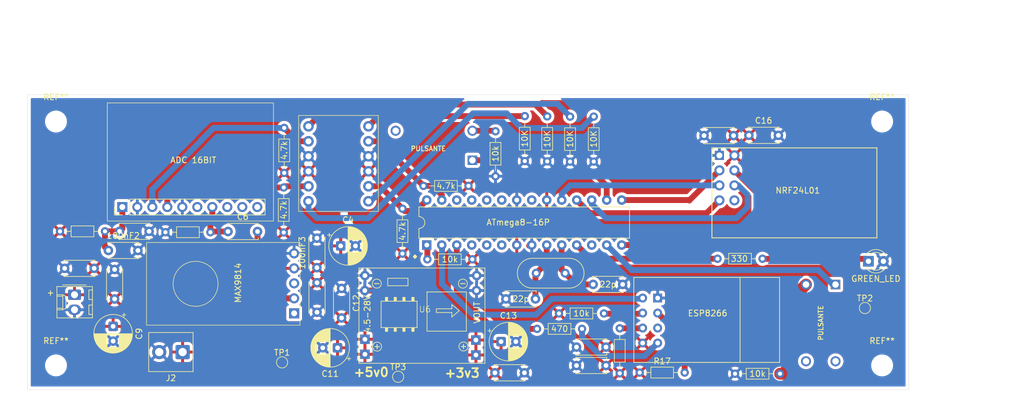
<source format=kicad_pcb>
(kicad_pcb (version 20241229) (generator "pcbnew") (generator_version "9.0")
  (layers (0 "F.Cu" signal) (2 "B.Cu" signal) (13 "F.Paste" user) (15 "B.Paste" user) (5 "F.SilkS" user "F.Silkscreen") (7 "B.SilkS" user "B.Silkscreen") (1 "F.Mask" user) (3 "B.Mask" user) (25 "Edge.Cuts" user))
  (net 0 "")
  (net 1 "GND")
  (net 2 "Net-(U3-PB7{slash}XTAL2)")
  (net 3 "Net-(U1-Vdd)")
  (net 5 "Net-(D5-K)")
  (net 6 "Net-(R1-Pad1)")
  (net 7 "Net-(U3-PD1)")
  (net 8 "Net-(U5-RXD)")
  (net 9 "SDA_ATMEGA")
  (net 10 "Net-(U5-EN)")
  (net 11 "SDA")
  (net 12 "Net-(U3-PD7)")
  (net 13 "Net-(U3-PD5)")
  (net 14 "Net-(R7-Pad2)")
  (net 15 "PB2")
  (net 16 "CSN")
  (net 17 "MISO")
  (net 18 "SCK")
  (net 20 "CE")
  (net 21 "MOSI")
  (net 22 "+5v0")
  (net 30 "Net-(U1-A0)")
  (net 34 "Net-(U3-PD0)")
  (net 36 "+3v3")
  (net 38 "Net-(U3-PC6{slash}~{RESET})")
  (net 44 "Net-(U5-IO2)")
  (net 46 "Net-(U5-~{RST})")
  (net 47 "Net-(U3-PB6{slash}XTAL1)")
  (net 48 "SCL")
  (net 49 "SCL_ATMEGA")
  (net 50 "Net-(U7-HV4)")
  (net 51 "Net-(U7-LV4)")
  (net 52 "Net-(U7-HV1)")
  (net 53 "Net-(U7-LV1)")
  (net 54 "Net-(U2-OUT)")
  (footprint "Capacitor_THT:CP_Radial_D6.3mm_P2.50mm" (layer "F.Cu") (at 119.35 107.39 180)
    (property "Reference" "C11" (at 1.25 -4.4 0) (layer "F.SilkS"))
    (property "Value" "47u")
    (pad "1" thru_hole roundrect (at 0 0 180) (size 1.6 1.6) (drill 0.8) (layers "*.Cu" "*.Mask") (roundrect_rratio 0.15625) (net 22 "+5v0"))
    (pad "2" thru_hole circle (at 2.5 0 180) (size 1.6 1.6) (drill 0.8) (layers "*.Cu" "*.Mask") (net 1 "GND"))
  )
  (footprint "Resistor_THT:R_Axial_DIN0204_L3.6mm_D1.6mm_P7.62mm_Horizontal" (layer "F.Cu") (at 141.5288 79.9592 180)
    (property "Reference" "R10" (hide yes))
    (property "Value" "4.7k" (at 3.81 0 0) (layer "F.SilkS"))
    (pad "1" thru_hole circle (at 0 0 180) (size 1.4 1.4) (drill 0.7) (layers "*.Cu" "*.Mask") (net 36 "+3v3"))
    (pad "2" thru_hole circle (at 7.62 0 180) (size 1.4 1.4) (drill 0.7) (layers "*.Cu" "*.Mask") (net 49 "SCL_ATMEGA"))
  )
  (footprint "Resistor_THT:R_Axial_DIN0204_L3.6mm_D1.6mm_P7.62mm_Horizontal" (layer "F.Cu") (at 156.86 101.57)
    (property "Reference" "R5" (hide yes))
    (property "Value" "10k" (at 3.81 0 0) (layer "F.SilkS"))
    (pad "1" thru_hole circle (at 0 0) (size 1.4 1.4) (drill 0.7) (layers "*.Cu" "*.Mask") (net 36 "+3v3"))
    (pad "2" thru_hole oval (at 7.62 0) (size 1.4 1.4) (drill 0.7) (layers "*.Cu" "*.Mask") (net 10 "Net-(U5-EN)"))
  )
  (footprint "Capacitor_THT:C_Disc_D5.0mm_W2.5mm_P5.00mm" (layer "F.Cu") (at 186.44 71.44 180)
    (property "Reference" "C14")
    (property "Value" "10u")
    (pad "1" thru_hole circle (at 0 0 180) (size 1.6 1.6) (drill 0.8) (layers "*.Cu" "*.Mask") (net 36 "+3v3"))
    (pad "2" thru_hole circle (at 5 0 180) (size 1.6 1.6) (drill 0.8) (layers "*.Cu" "*.Mask") (net 1 "GND"))
  )
  (footprint "Resistor_THT:R_Axial_DIN0204_L3.6mm_D1.6mm_P7.62mm_Horizontal" (layer "F.Cu") (at 72.34 87.66)
    (property "Reference" "R8" (hide yes))
    (property "Value" "100")
    (pad "1" thru_hole circle (at 0 0) (size 1.4 1.4) (drill 0.7) (layers "*.Cu" "*.Mask") (net 22 "+5v0"))
    (pad "2" thru_hole oval (at 7.62 0) (size 1.4 1.4) (drill 0.7) (layers "*.Cu" "*.Mask") (net 3 "Net-(U1-Vdd)"))
  )
  (footprint "MountingHole:MountingHole_3.2mm_M3" (layer "F.Cu") (at 71.66 110.37)
    (property "Reference" "REF**" (at 0 -4.15 0) (layer "F.SilkS"))
    (property "Value" "MountingHole_3.2mm_M3")
    (pad "" np_thru_hole circle (at 0 0) (size 3.2 3.2) (drill 3.2) (layers "*.Cu" "*.Mask"))
  )
  (footprint "Capacitor_THT:C_Disc_D5.0mm_W2.5mm_P5.00mm" (layer "F.Cu") (at 115.86 93.81 90)
    (property "Reference" "100nF3" (at 2.5 -2.5 90) (layer "F.SilkS"))
    (property "Value" "0.1u")
    (pad "1" thru_hole circle (at 0 0 90) (size 1.6 1.6) (drill 0.8) (layers "*.Cu" "*.Mask") (net 22 "+5v0"))
    (pad "2" thru_hole circle (at 5 0 90) (size 1.6 1.6) (drill 0.8) (layers "*.Cu" "*.Mask") (net 1 "GND"))
  )
  (footprint "TestPoint:TestPoint_Pad_D1.5mm" (layer "F.Cu") (at 109.96 109.85)
    (property "Reference" "TP1" (at 0 -1.648 0) (layer "F.SilkS"))
    (property "Value" "TestPoint")
    (pad "1" smd circle (at 0 0) (size 1.5 1.5) (layers "F.Cu" "F.Mask") (net 22 "+5v0"))
  )
  (footprint "Capacitor_THT:CP_Radial_D6.3mm_P2.50mm" (layer "F.Cu") (at 147.057621 106.34)
    (property "Reference" "C13" (at 1.25 -4.4 0) (layer "F.SilkS"))
    (property "Value" "100u")
    (pad "1" thru_hole roundrect (at 0 0) (size 1.6 1.6) (drill 0.8) (layers "*.Cu" "*.Mask") (roundrect_rratio 0.15625) (net 36 "+3v3"))
    (pad "2" thru_hole circle (at 2.5 0) (size 1.6 1.6) (drill 0.8) (layers "*.Cu" "*.Mask") (net 1 "GND"))
  )
  (footprint "MountingHole:MountingHole_3.2mm_M3" (layer "F.Cu") (at 211.6 69.06)
    (property "Reference" "REF**" (at 0 -4.15 0) (layer "F.SilkS"))
    (property "Value" "MountingHole_3.2mm_M3")
    (pad "" np_thru_hole circle (at 0 0) (size 3.2 3.2) (drill 3.2) (layers "*.Cu" "*.Mask"))
  )
  (footprint "MountingHole:MountingHole_3.2mm_M3" (layer "F.Cu") (at 211.6 110.37)
    (property "Reference" "REF**" (at 0 -4.15 0) (layer "F.SilkS"))
    (property "Value" "MountingHole_3.2mm_M3")
    (pad "" np_thru_hole circle (at 0 0) (size 3.2 3.2) (drill 3.2) (layers "*.Cu" "*.Mask"))
  )
  (footprint "Personale:BUTTON" (layer "F.Cu") (at 134.2 72.62 180)
    (property "Reference" "S1" (hide yes))
    (property "Value" "PULSANTE" (at -0.53 -1.03 0) (layer "F.SilkS") (effects (font (size 0.800142 0.800142))))
    (pad "1" thru_hole rect (at -8 -3 180) (size 1.6 1.6) (drill 1.1) (layers "*.Cu" "*.Mask") (net 15 "PB2"))
    (pad "2" thru_hole circle (at -8 2 180) (size 1.7 1.7) (drill 1.1) (layers "*.Cu" "*.Mask") (net 6 "Net-(R1-Pad1)"))
    (pad "4" thru_hole circle (at 5 2 180) (size 1.7 1.7) (drill 1.1) (layers "*.Cu" "*.Mask"))
  )
  (footprint "Resistor_THT:R_Axial_DIN0204_L3.6mm_D1.6mm_P7.62mm_Horizontal" (layer "F.Cu") (at 186.69 111.78)
    (property "Reference" "R7" (hide yes))
    (property "Value" "10k" (at 3.81 0 0) (layer "F.SilkS"))
    (pad "1" thru_hole circle (at 0 0) (size 1.4 1.4) (drill 0.7) (layers "*.Cu" "*.Mask") (net 1 "GND"))
    (pad "2" thru_hole oval (at 7.62 0) (size 1.4 1.4) (drill 0.7) (layers "*.Cu" "*.Mask") (net 14 "Net-(R7-Pad2)"))
  )
  (footprint "Capacitor_THT:C_Disc_D5.0mm_W2.5mm_P5.00mm" (layer "F.Cu") (at 100.8 87.69)
    (property "Reference" "C6" (at 2.5 -2.5 0) (layer "F.SilkS"))
    (property "Value" "1u")
    (pad "1" thru_hole circle (at 0 0) (size 1.6 1.6) (drill 0.8) (layers "*.Cu" "*.Mask") (net 30 "Net-(U1-A0)"))
    (pad "2" thru_hole circle (at 5 0) (size 1.6 1.6) (drill 0.8) (layers "*.Cu" "*.Mask") (net 54 "Net-(U2-OUT)"))
  )
  (footprint "Converter_DCDC:MP1584" (layer "F.Cu") (at 134.157 101.373)
    (property "Reference" "U6" (at 0 -0.5 0) (layer "F.SilkS") (effects (font (thickness 0.1))))
    (property "Value" "~")
    (fp_text user "-" (at 6.4262 -4.9276 0) (layer "F.SilkS"))
    (fp_text user "4.5-28V" (at -9.7536 0.3048 270) (layer "F.SilkS"))
    (fp_text user "+" (at 6.5278 5.7277 0) (layer "F.SilkS"))
    (fp_text user "VOUT" (at 8.8138 0.0508 270) (layer "F.SilkS"))
    (fp_text user "-" (at -8.1534 -4.9276 0) (layer "F.SilkS"))
    (fp_text user "+" (at -8.1026 5.7531 0) (layer "F.SilkS"))
    (pad "1" thru_hole rect (at -10.16 4.572 90) (size 1.6 1.6) (drill 0.8) (layers "*.Cu" "B.Mask") (net 22 "+5v0"))
    (pad "1" thru_hole rect (at -10.16 7.112 90) (size 1.6 1.6) (drill 0.8) (layers "*.Cu" "B.Mask") (net 22 "+5v0"))
    (pad "2" thru_hole oval (at -10.1854 -3.683 90) (size 1.6 1.6) (drill 0.8) (layers "*.Cu" "B.Mask") (net 1 "GND"))
    (pad "2" thru_hole oval (at -10.16 -6.223 90) (size 1.6 1.6) (drill 0.8) (layers "*.Cu" "B.Mask") (net 1 "GND"))
    (pad "3" thru_hole rect (at 8.636 4.699 90) (size 1.6 1.6) (drill 0.8) (layers "*.Cu" "B.Mask") (net 36 "+3v3"))
    (pad "3" thru_hole rect (at 8.636 7.239 90) (size 1.6 1.6) (drill 0.8) (layers "*.Cu" "B.Mask") (net 36 "+3v3"))
    (pad "4" thru_hole oval (at 8.7376 -3.683 90) (size 1.6 1.6) (drill 0.8) (layers "*.Cu" "B.Mask") (net 1 "GND"))
    (pad "4" thru_hole oval (at 8.763 -6.223 90) (size 1.6 1.6) (drill 0.8) (layers "*.Cu" "B.Mask") (net 1 "GND"))
  )
  (footprint "Resistor_THT:R_Axial_DIN0204_L3.6mm_D1.6mm_P7.62mm_Horizontal" (layer "F.Cu") (at 167.1574 111.7092 90)
    (property "Reference" "R18" (hide yes))
    (property "Value" "10k")
    (pad "1" thru_hole circle (at 0 0 90) (size 1.4 1.4) (drill 0.7) (layers "*.Cu" "*.Mask") (net 36 "+3v3"))
    (pad "2" thru_hole circle (at 7.62 0 90) (size 1.4 1.4) (drill 0.7) (layers "*.Cu" "*.Mask") (net 46 "Net-(U5-~{RST})"))
  )
  (footprint "Personale:ESP8266" (layer "F.Cu") (at 181.8894 102.7684 -90)
    (property "Reference" "U5")
    (property "Value" "ESP8266" (at -1.23 -0.16 180) (layer "F.SilkS"))
    (pad "1" thru_hole rect (at -3.81 8.31 270) (size 1.5 1.5) (drill 0.8) (layers "*.Cu" "*.Mask") (net 1 "GND"))
    (pad "2" thru_hole circle (at -1.27 8.31 270) (size 1.5 1.5) (drill 0.8) (layers "*.Cu" "*.Mask") (net 44 "Net-(U5-IO2)"))
    (pad "3" thru_hole circle (at 1.27 8.31 270) (size 1.5 1.5) (drill 0.8) (layers "*.Cu" "*.Mask"))
    (pad "4" thru_hole circle (at 3.81 8.31 270) (size 1.5 1.5) (drill 0.8) (layers "*.Cu" "*.Mask") (net 8 "Net-(U5-RXD)"))
    (pad "5" thru_hole circle (at -3.81 10.85 270) (size 1.5 1.5) (drill 0.8) (layers "*.Cu" "*.Mask") (net 34 "Net-(U3-PD0)"))
    (pad "6" thru_hole circle (at -1.27 10.85 270) (size 1.5 1.5) (drill 0.8) (layers "*.Cu" "*.Mask") (net 10 "Net-(U5-EN)"))
    (pad "7" thru_hole circle (at 1.27 10.85 270) (size 1.5 1.5) (drill 0.8) (layers "*.Cu" "*.Mask") (net 46 "Net-(U5-~{RST})"))
    (pad "8" thru_hole circle (at 3.81 10.85 270) (size 1.5 1.5) (drill 0.8) (layers "*.Cu" "*.Mask") (net 36 "+3v3"))
    (zone (net 0) (net_name "") (layer "F.Cu") (connect_pads (clearance 0)) (min_thickness 0.01)
      (keepout (tracks not_allowed) (vias not_allowed) (pads not_allowed) (copperpour not_allowed) (footprints allowed))
      (fill (thermal_gap 0.508) (thermal_bridge_width 0.508))
      (polygon (pts (xy 194.2394 95.4584) (xy 194.2394 109.8584) (xy 187.5394 109.8584) (xy 187.5394 95.4584)))
    )
  )
  (footprint "TestPoint:TestPoint_Pad_D1.5mm" (layer "F.Cu") (at 129.62 112.29)
    (property "Reference" "TP3" (at 0 -1.648 0) (layer "F.SilkS"))
    (property "Value" "TestPoint")
    (pad "1" smd circle (at 0 0) (size 1.5 1.5) (layers "F.Cu" "F.Mask") (net 1 "GND"))
  )
  (footprint "Capacitor_THT:C_Disc_D5.0mm_W2.5mm_P5.00mm" (layer "F.Cu") (at 189.03 71.4)
    (property "Reference" "C16" (at 2.5 -2.5 0) (layer "F.SilkS"))
    (property "Value" "100n")
    (pad "1" thru_hole circle (at 0 0) (size 1.6 1.6) (drill 0.8) (layers "*.Cu" "*.Mask") (net 36 "+3v3"))
    (pad "2" thru_hole circle (at 5 0) (size 1.6 1.6) (drill 0.8) (layers "*.Cu" "*.Mask") (net 1 "GND"))
  )
  (footprint "Resistor_THT:R_Axial_DIN0204_L3.6mm_D1.6mm_P7.62mm_Horizontal" (layer "F.Cu") (at 130.35 91.44 90)
    (property "Reference" "R3" (hide yes))
    (property "Value" "4.7k" (at 3.81 0 90) (layer "F.SilkS"))
    (pad "1" thru_hole circle (at 0 0 90) (size 1.4 1.4) (drill 0.7) (layers "*.Cu" "*.Mask") (net 36 "+3v3"))
    (pad "2" thru_hole circle (at 7.62 0 90) (size 1.4 1.4) (drill 0.7) (layers "*.Cu" "*.Mask") (net 9 "SDA_ATMEGA"))
  )
  (footprint "Resistor_THT:R_Axial_DIN0204_L3.6mm_D1.6mm_P7.62mm_Horizontal" (layer "F.Cu") (at 153.15 104.18)
    (property "Reference" "R2" (hide yes))
    (property "Value" "470" (at 3.81 0 0) (layer "F.SilkS"))
    (pad "1" thru_hole circle (at 0 0) (size 1.4 1.4) (drill 0.7) (layers "*.Cu" "*.Mask") (net 7 "Net-(U3-PD1)"))
    (pad "2" thru_hole oval (at 7.62 0) (size 1.4 1.4) (drill 0.7) (layers "*.Cu" "*.Mask") (net 8 "Net-(U5-RXD)"))
  )
  (footprint "Resistor_THT:R_Axial_DIN0204_L3.6mm_D1.6mm_P7.62mm_Horizontal" (layer "F.Cu") (at 154.87 68.19 -90)
    (property "Reference" "R12" (hide yes))
    (property "Value" "10K" (at 3.81 0 90) (layer "F.SilkS"))
    (pad "1" thru_hole circle (at 0 0 270) (size 1.4 1.4) (drill 0.7) (layers "*.Cu" "*.Mask") (net 50 "Net-(U7-HV4)"))
    (pad "2" thru_hole circle (at 7.62 0 270) (size 1.4 1.4) (drill 0.7) (layers "*.Cu" "*.Mask") (net 1 "GND"))
  )
  (footprint "Capacitor_THT:C_Disc_D5.0mm_W2.5mm_P5.00mm" (layer "F.Cu") (at 80.54 90.9)
    (property "Reference" "100nF2" (at 2.5 -2.5 0) (layer "F.SilkS"))
    (property "Value" "0.1u")
    (pad "1" thru_hole circle (at 0 0) (size 1.6 1.6) (drill 0.8) (layers "*.Cu" "*.Mask") (net 3 "Net-(U1-Vdd)"))
    (pad "2" thru_hole circle (at 5 0) (size 1.6 1.6) (drill 0.8) (layers "*.Cu" "*.Mask") (net 1 "GND"))
  )
  (footprint "Resistor_THT:R_Axial_DIN0204_L3.6mm_D1.6mm_P7.62mm_Horizontal" (layer "F.Cu") (at 170.5356 111.5822)
    (property "Reference" "R17" (at 3.81 -1.92 0) (layer "F.SilkS"))
    (property "Value" "10k")
    (pad "1" thru_hole circle (at 0 0) (size 1.4 1.4) (drill 0.7) (layers "*.Cu" "*.Mask") (net 36 "+3v3"))
    (pad "2" thru_hole circle (at 7.62 0) (size 1.4 1.4) (drill 0.7) (layers "*.Cu" "*.Mask") (net 44 "Net-(U5-IO2)"))
  )
  (footprint "Connector_Molex:Molex_KK-254_AE-6410-02A_1x02_P2.54mm_Vertical" (layer "F.Cu") (at 74.8 98.4 -90)
    (property "Reference" "J1")
    (property "Value" "Conn_01x02_Socket" (hide yes))
    (fp_text user "+" (at -0.29 4.14 90) (layer "F.SilkS"))
    (pad "1" thru_hole roundrect (at 0 0 270) (size 1.74 2.19) (drill 1.19) (layers "*.Cu" "*.Mask") (roundrect_rratio 0.143678) (net 22 "+5v0"))
    (pad "2" thru_hole oval (at 2.54 0 270) (size 1.74 2.19) (drill 1.19) (layers "*.Cu" "*.Mask") (net 1 "GND"))
  )
  (footprint "Resistor_THT:R_Axial_DIN0204_L3.6mm_D1.6mm_P7.62mm_Horizontal" (layer "F.Cu") (at 146.11 70.71 -90)
    (property "Reference" "R1")
    (property "Value" "10k" (at 3.81 0 90) (layer "F.SilkS"))
    (pad "1" thru_hole circle (at 0 0 270) (size 1.4 1.4) (drill 0.7) (layers "*.Cu" "*.Mask") (net 6 "Net-(R1-Pad1)"))
    (pad "2" thru_hole oval (at 7.62 0 270) (size 1.4 1.4) (drill 0.7) (layers "*.Cu" "*.Mask") (net 1 "GND"))
  )
  (footprint "Personale:BUTTON" (layer "F.Cu") (at 201.71 103.67 -90)
    (property "Reference" "S2" (hide yes))
    (property "Value" "PULSANTE" (at -0.5 0.5 90) (layer "F.SilkS") (effects (font (size 0.800142 0.800142))))
    (pad "1" thru_hole rect (at -7 -2 270) (size 1.6 1.6) (drill 1.1) (layers "*.Cu" "*.Mask") (net 12 "Net-(U3-PD7)"))
    (pad "2" thru_hole circle (at -7 3 270) (size 1.7 1.7) (drill 1.1) (layers "*.Cu" "*.Mask") (net 14 "Net-(R7-Pad2)"))
    (pad "3" thru_hole circle (at 6 -2 270) (size 1.7 1.7) (drill 1.1) (layers "*.Cu" "*.Mask"))
    (pad "4" thru_hole circle (at 6 3 270) (size 1.7 1.7) (drill 1.1) (layers "*.Cu" "*.Mask"))
  )
  (footprint "Capacitor_THT:C_Disc_D5.0mm_W2.5mm_P5.00mm" (layer "F.Cu") (at 159.8314 110.3884)
    (property "Reference" "C3" (hide yes))
    (property "Value" "10u")
    (pad "1" thru_hole circle (at 0 0) (size 1.6 1.6) (drill 0.8) (layers "*.Cu" "*.Mask") (net 1 "GND"))
    (pad "2" thru_hole circle (at 5 0) (size 1.6 1.6) (drill 0.8) (layers "*.Cu" "*.Mask") (net 36 "+3v3"))
  )
  (footprint "Capacitor_THT:C_Disc_D5.0mm_W2.5mm_P5.00mm" (layer "F.Cu") (at 120.04 97.33 -90)
    (property "Reference" "C12" (at 2.5 -2.5 90) (layer "F.SilkS"))
    (property "Value" "10u")
    (pad "1" thru_hole circle (at 0 0 270) (size 1.6 1.6) (drill 0.8) (layers "*.Cu" "*.Mask") (net 1 "GND"))
    (pad "2" thru_hole circle (at 5 0 270) (size 1.6 1.6) (drill 0.8) (layers "*.Cu" "*.Mask") (net 22 "+5v0"))
  )
  (footprint "Personale:NRF24L01Module" (layer "F.Cu") (at 186.58 77.33)
    (property "Reference" "U4")
    (property "Value" "NRF24L01" (at 10.74 3.41 0) (layer "F.SilkS"))
    (pad "1" thru_hole rect (at -2.54 -2.54) (size 1.524 1.524) (drill 1) (layers "*.Cu" "*.Mask") (net 1 "GND"))
    (pad "2" thru_hole circle (at 0 -2.54) (size 1.7 1.7) (drill 1) (layers "*.Cu" "*.Mask") (net 36 "+3v3"))
    (pad "3" thru_hole circle (at -2.54 0) (size 1.7 1.7) (drill 1) (layers "*.Cu" "*.Mask") (net 20 "CE"))
    (pad "4" thru_hole circle (at 0 0) (size 1.7 1.7) (drill 1) (layers "*.Cu" "*.Mask") (net 16 "CSN"))
    (pad "5" thru_hole circle (at -2.54 2.54) (size 1.7 1.7) (drill 1) (layers "*.Cu" "*.Mask") (net 18 "SCK"))
    (pad "6" thru_hole circle (at 0 2.54) (size 1.7 1.7) (drill 1) (layers "*.Cu" "*.Mask") (net 21 "MOSI"))
    (pad "7" thru_hole circle (at -2.54 5.08) (size 1.7 1.7) (drill 1) (layers "*.Cu" "*.Mask") (net 17 "MISO"))
    (pad "8" thru_hole circle (at 0 5.08) (size 1.7 1.7) (drill 1) (layers "*.Cu" "*.Mask"))
  )
  (footprint "Resistor_THT:R_Axial_DIN0204_L3.6mm_D1.6mm_P7.62mm_Horizontal" (layer "F.Cu") (at 142.19 92.4 180)
    (property "Reference" "R9" (hide yes))
    (property "Value" "10k" (at 3.81 0 0) (layer "F.SilkS"))
    (pad "1" thru_hole circle (at 0 0 180) (size 1.4 1.4) (drill 0.7) (layers "*.Cu" "*.Mask") (net 36 "+3v3"))
    (pad "2" thru_hole oval (at 7.62 0 180) (size 1.4 1.4) (drill 0.7) (layers "*.Cu" "*.Mask") (net 38 "Net-(U3-PC6{slash}~{RESET})"))
  )
  (footprint "LED_THT:LED_D3.0mm" (layer "F.Cu") (at 209.28 92.73)
    (property "Reference" "D5" (hide yes))
    (property "Value" "GREEN_LED" (at 1.27 2.96 0) (layer "F.SilkS"))
    (pad "1" thru_hole rect (at 0 0) (size 1.8 1.8) (drill 0.9) (layers "*.Cu" "*.Mask") (net 5 "Net-(D5-K)"))
    (pad "2" thru_hole circle (at 2.54 0) (size 1.8 1.8) (drill 0.9) (layers "*.Cu" "*.Mask") (net 1 "GND"))
  )
  (footprint "Capacitor_THT:C_Disc_D5.0mm_W2.5mm_P5.00mm" (layer "F.Cu") (at 81.59 99.12 90)
    (property "Reference" "10n1" (hide yes))
    (property "Value" "C")
    (pad "1" thru_hole circle (at 0 0 90) (size 1.6 1.6) (drill 0.8) (layers "*.Cu" "*.Mask") (net 22 "+5v0"))
    (pad "2" thru_hole circle (at 5 0 90) (size 1.6 1.6) (drill 0.8) (layers "*.Cu" "*.Mask") (net 1 "GND"))
  )
  (footprint "Package_DIP:DIP-28_W7.62mm" (layer "F.Cu") (at 134.47 89.98 90)
    (property "Reference" "U3" (hide yes))
    (property "Value" "ATmega8-16P" (at 3.84 15.49 0) (layer "F.SilkS"))
    (pad "1" thru_hole rect (at 0 0 90) (size 1.6 1.6) (drill 0.8) (layers "*.Cu" "*.Mask") (net 38 "Net-(U3-PC6{slash}~{RESET})"))
    (pad "2" thru_hole oval (at 0 2.54 90) (size 1.6 1.6) (drill 0.8) (layers "*.Cu" "*.Mask") (net 34 "Net-(U3-PD0)"))
    (pad "3" thru_hole oval (at 0 5.08 90) (size 1.6 1.6) (drill 0.8) (layers "*.Cu" "*.Mask") (net 7 "Net-(U3-PD1)"))
    (pad "4" thru_hole oval (at 0 7.62 90) (size 1.6 1.6) (drill 0.8) (layers "*.Cu" "*.Mask"))
    (pad "5" thru_hole oval (at 0 10.16 90) (size 1.6 1.6) (drill 0.8) (layers "*.Cu" "*.Mask"))
    (pad "6" thru_hole oval (at 0 12.7 90) (size 1.6 1.6) (drill 0.8) (layers "*.Cu" "*.Mask"))
    (pad "7" thru_hole oval (at 0 15.24 90) (size 1.6 1.6) (drill 0.8) (layers "*.Cu" "*.Mask") (net 36 "+3v3"))
    (pad "8" thru_hole oval (at 0 17.78 90) (size 1.6 1.6) (drill 0.8) (layers "*.Cu" "*.Mask") (net 1 "GND"))
    (pad "9" thru_hole oval (at 0 20.32 90) (size 1.6 1.6) (drill 0.8) (layers "*.Cu" "*.Mask") (net 47 "Net-(U3-PB6{slash}XTAL1)"))
    (pad "10" thru_hole oval (at 0 22.86 90) (size 1.6 1.6) (drill 0.8) (layers "*.Cu" "*.Mask") (net 2 "Net-(U3-PB7{slash}XTAL2)"))
    (pad "11" thru_hole oval (at 0 25.4 90) (size 1.6 1.6) (drill 0.8) (layers "*.Cu" "*.Mask") (net 13 "Net-(U3-PD5)"))
    (pad "12" thru_hole oval (at 0 27.94 90) (size 1.6 1.6) (drill 0.8) (layers "*.Cu" "*.Mask"))
    (pad "13" thru_hole oval (at 0 30.48 90) (size 1.6 1.6) (drill 0.8) (layers "*.Cu" "*.Mask") (net 12 "Net-(U3-PD7)"))
    (pad "14" thru_hole oval (at 0 33.02 90) (size 1.6 1.6) (drill 0.8) (layers "*.Cu" "*.Mask") (net 16 "CSN"))
    (pad "15" thru_hole oval (at 7.62 33.02 90) (size 1.6 1.6) (drill 0.8) (layers "*.Cu" "*.Mask") (net 20 "CE"))
    (pad "16" thru_hole oval (at 7.62 30.48 90) (size 1.6 1.6) (drill 0.8) (layers "*.Cu" "*.Mask") (net 15 "PB2"))
    (pad "17" thru_hole oval (at 7.62 27.94 90) (size 1.6 1.6) (drill 0.8) (layers "*.Cu" "*.Mask") (net 21 "MOSI"))
    (pad "18" thru_hole oval (at 7.62 25.4 90) (size 1.6 1.6) (drill 0.8) (layers "*.Cu" "*.Mask") (net 17 "MISO"))
    (pad "19" thru_hole oval (at 7.62 22.86 90) (size 1.6 1.6) (drill 0.8) (layers "*.Cu" "*.Mask") (net 18 "SCK"))
    (pad "20" thru_hole oval (at 7.62 20.32 90) (size 1.6 1.6) (drill 0.8) (layers "*.Cu" "*.Mask") (net 36 "+3v3"))
    (pad "21" thru_hole oval (at 7.62 17.78 90) (size 1.6 1.6) (drill 0.8) (layers "*.Cu" "*.Mask"))
    (pad "22" thru_hole oval (at 7.62 15.24 90) (size 1.6 1.6) (drill 0.8) (layers "*.Cu" "*.Mask") (net 1 "GND"))
    (pad "23" thru_hole oval (at 7.62 12.7 90) (size 1.6 1.6) (drill 0.8) (layers "*.Cu" "*.Mask"))
    (pad "24" thru_hole oval (at 7.62 10.16 90) (size 1.6 1.6) (drill 0.8) (layers "*.Cu" "*.Mask"))
    (pad "25" thru_hole oval (at 7.62 7.62 90) (size 1.6 1.6) (drill 0.8) (layers "*.Cu" "*.Mask"))
    (pad "26" thru_hole oval (at 7.62 5.08 90) (size 1.6 1.6) (drill 0.8) (layers "*.Cu" "*.Mask"))
    (pad "27" thru_hole oval (at 7.62 2.54 90) (size 1.6 1.6) (drill 0.8) (layers "*.Cu" "*.Mask") (net 49 "SCL_ATMEGA"))
    (pad "28" thru_hole oval (at 7.62 0 90) (size 1.6 1.6) (drill 0.8) (layers "*.Cu" "*.Mask") (net 9 "SDA_ATMEGA"))
  )
  (footprint "Crystal:Crystal_HC18-U_Vertical" (layer "F.Cu") (at 153.01 94.75)
    (property "Reference" "Y1" (hide yes))
    (property "Value" "16MHz" (hide yes))
    (pad "1" thru_hole circle (at 0 0) (size 1.5 1.5) (drill 0.8) (layers "*.Cu" "*.Mask") (net 47 "Net-(U3-PB6{slash}XTAL1)"))
    (pad "2" thru_hole circle (at 4.9 0) (size 1.5 1.5) (drill 0.8) (layers "*.Cu" "*.Mask") (net 2 "Net-(U3-PB7{slash}XTAL2)"))
  )
  (footprint "TestPoint:TestPoint_Pad_D1.5mm" (layer "F.Cu") (at 208.69 100.65)
    (property "Reference" "TP2" (at 0 -1.648 0) (layer "F.SilkS"))
    (property "Value" "TestPoint")
    (pad "1" smd circle (at 0 0) (size 1.5 1.5) (layers "F.Cu" "F.Mask") (net 36 "+3v3"))
  )
  (footprint "Capacitor_THT:CP_Radial_D6.3mm_P2.50mm" (layer "F.Cu") (at 81.34 103.757621 -90)
    (property "Reference" "C9" (at 1.25 -4.4 90) (layer "F.SilkS"))
    (property "Value" "10u")
    (pad "1" thru_hole roundrect (at 0 0 270) (size 1.6 1.6) (drill 0.8) (layers "*.Cu" "*.Mask") (roundrect_rratio 0.15625) (net 22 "+5v0"))
    (pad "2" thru_hole circle (at 2.5 0 270) (size 1.6 1.6) (drill 0.8) (layers "*.Cu" "*.Mask") (net 1 "GND"))
  )
  (footprint "Capacitor_THT:C_Disc_D5.0mm_W2.5mm_P5.00mm" (layer "F.Cu") (at 115.88 96.36 -90)
    (property "Reference" "100nF4" (hide yes))
    (property "Value" "0.1u")
    (pad "1" thru_hole circle (at 0 0 270) (size 1.6 1.6) (drill 0.8) (layers "*.Cu" "*.Mask") (net 22 "+5v0"))
    (pad "2" thru_hole circle (at 5 0 270) (size 1.6 1.6) (drill 0.8) (layers "*.Cu" "*.Mask") (net 1 "GND"))
  )
  (footprint "LIB_Personale:I2C_LevelShifter 4-channel" (layer "F.Cu") (at 119.51 76.2835 180)
    (property "Reference" "U7" (hide yes))
    (property "Value" "LevelShifter4channel_I2c_5v-3v3")
    (pad "1" thru_hole circle (at -5.08 -6.2865 180) (size 1.778 1.778) (drill 1.016) (layers "*.Cu" "*.Mask") (net 53 "Net-(U7-LV1)"))
    (pad "2" thru_hole circle (at -5.08 -3.7465 180) (size 1.778 1.778) (drill 1.016) (layers "*.Cu" "*.Mask") (net 9 "SDA_ATMEGA"))
    (pad "3" thru_hole circle (at -5.08 -1.2065 180) (size 1.778 1.778) (drill 1.016) (layers "*.Cu" "*.Mask") (net 36 "+3v3"))
    (pad "4" thru_hole circle (at -5.08 1.3335 180) (size 1.778 1.778) (drill 1.016) (layers "*.Cu" "*.Mask") (net 1 "GND"))
    (pad "5" thru_hole circle (at -5.08 3.8735 180) (size 1.778 1.778) (drill 1.016) (layers "*.Cu" "*.Mask") (net 49 "SCL_ATMEGA"))
    (pad "6" thru_hole circle (at -5.08 6.4135 180) (size 1.778 1.778) (drill 1.016) (layers "*.Cu" "*.Mask") (net 51 "Net-(U7-LV4)"))
    (pad "7" thru_hole circle (at 5.08 -6.2865 180) (size 1.778 1.778) (drill 1.016) (layers "*.Cu" "*.Mask") (net 52 "Net-(U7-HV1)"))
    (pad "8" thru_hole circle (at 5.08 -3.7465 180) (size 1.778 1.778) (drill 1.016) (layers "*.Cu" "*.Mask") (net 11 "SDA"))
    (pad "9" thru_hole circle (at 5.08 -1.2065 180) (size 1.778 1.778) (drill 1.016) (layers "*.Cu" "*.Mask") (net 22 "+5v0"))
    (pad "10" thru_hole circle (at 5.08 1.3335 180) (size 1.778 1.778) (drill 1.016) (layers "*.Cu" "*.Mask") (net 1 "GND"))
    (pad "11" thru_hole circle (at 5.08 3.8735 180) (size 1.778 1.778) (drill 1.016) (layers "*.Cu" "*.Mask") (net 48 "SCL"))
    (pad "12" thru_hole circle (at 5.08 6.4135 180) (size 1.778 1.778) (drill 1.016) (layers "*.Cu" "*.Mask") (net 50 "Net-(U7-HV4)"))
  )
  (footprint "Capacitor_THT:C_Disc_D5.0mm_W2.5mm_P5.00mm" (layer "F.Cu") (at 159.8314 107.2642)
    (property "Reference" "C8" (hide yes))
    (property "Value" "0.1u")
    (pad "1" thru_hole circle (at 0 0) (size 1.6 1.6) (drill 0.8) (layers "*.Cu" "*.Mask") (net 1 "GND"))
    (pad "2" thru_hole circle (at 5 0) (size 1.6 1.6) (drill 0.8) (layers "*.Cu" "*.Mask") (net 36 "+3v3"))
  )
  (footprint "Capacitor_THT:C_Disc_D5.0mm_W2.5mm_P5.00mm" (layer "F.Cu") (at 82.43 87.66)
    (property "Reference" "100nF1" (hide yes))
    (property "Value" "0.1u")
    (pad "1" thru_hole circle (at 0 0) (size 1.6 1.6) (drill 0.8) (layers "*.Cu" "*.Mask") (net 3 "Net-(U1-Vdd)"))
    (pad "2" thru_hole circle (at 5 0) (size 1.6 1.6) (drill 0.8) (layers "*.Cu" "*.Mask") (net 1 "GND"))
  )
  (footprint "Connector_PinHeader_2.54mm:PinHeader_1x05_P2.54mm_Vertical" (layer "F.Cu") (at 112 102.55 180)
    (property "Reference" "U2" (hide yes))
    (property "Value" "MAX9814" (at 9.5 6.16 90) (layer "F.SilkS"))
    (pad "1" thru_hole rect (at 0 1 180) (size 1.7 1.7) (drill 1) (layers "*.Cu" "*.Mask"))
    (pad "2" thru_hole oval (at 0 3.54 180) (size 1.7 1.7) (drill 1) (layers "*.Cu" "*.Mask") (net 54 "Net-(U2-OUT)"))
    (pad "3" thru_hole oval (at 0 6.08 180) (size 1.7 1.7) (drill 1) (layers "*.Cu" "*.Mask"))
    (pad "4" thru_hole oval (at 0 8.62 180) (size 1.7 1.7) (drill 1) (layers "*.Cu" "*.Mask") (net 22 "+5v0"))
    (pad "5" thru_hole oval (at 0 11.16 180) (size 1.7 1.7) (drill 1) (layers "*.Cu" "*.Mask") (net 1 "GND"))
  )
  (footprint "Capacitor_THT:C_Disc_D5.0mm_W2.5mm_P5.00mm" (layer "F.Cu") (at 78.13 93.93 180)
    (property "Reference" "100n1" (hide yes))
    (property "Value" "C")
    (pad "1" thru_hole circle (at 0 0 180) (size 1.6 1.6) (drill 0.8) (layers "*.Cu" "*.Mask") (net 22 "+5v0"))
    (pad "2" thru_hole circle (at 5 0 180) (size 1.6 1.6) (drill 0.8) (layers "*.Cu" "*.Mask") (net 1 "GND"))
  )
  (footprint "Connector_PinHeader_2.54mm:PinHeader_1x10_P2.54mm_Vertical" (layer "F.Cu") (at 82.9 83.54 90)
    (property "Reference" "U1")
    (property "Value" "ADC 16BIT" (at 7.94 12.03 0) (layer "F.SilkS"))
    (pad "1" thru_hole rect (at 0 0 90) (size 1.7 1.7) (drill 1) (layers "*.Cu" "*.Mask") (net 3 "Net-(U1-Vdd)"))
    (pad "2" thru_hole oval (at 0 2.54 90) (size 1.7 1.7) (drill 1) (layers "*.Cu" "*.Mask") (net 1 "GND"))
    (pad "3" thru_hole oval (at 0 5.08 90) (size 1.7 1.7) (drill 1) (layers "*.Cu" "*.Mask") (net 48 "SCL"))
    (pad "4" thru_hole oval (at 0 7.62 90) (size 1.7 1.7) (drill 1) (layers "*.Cu" "*.Mask") (net 11 "SDA"))
    (pad "5" thru_hole oval (at 0 10.16 90) (size 1.7 1.7) (drill 1) (layers "*.Cu" "*.Mask") (net 1 "GND"))
    (pad "6" thru_hole oval (at 0 12.7 90) (size 1.7 1.7) (drill 1) (layers "*.Cu" "*.Mask"))
    (pad "7" thru_hole oval (at 0 15.24 90) (size 1.7 1.7) (drill 1) (layers "*.Cu" "*.Mask") (net 30 "Net-(U1-A0)"))
    (pad "8" thru_hole oval (at 0 17.78 90) (size 1.7 1.7) (drill 1) (layers "*.Cu" "*.Mask"))
    (pad "9" thru_hole oval (at 0 20.32 90) (size 1.7 1.7) (drill 1) (layers "*.Cu" "*.Mask"))
    (pad "10" thru_hole oval (at 0 22.86 90) (size 1.7 1.7) (drill 1) (layers "*.Cu" "*.Mask"))
  )
  (footprint "Resistor_THT:R_Axial_DIN0204_L3.6mm_D1.6mm_P7.62mm_Horizontal" (layer "F.Cu") (at 183.72 92.3)
    (property "Reference" "R11" (hide yes))
    (property "Value" "330" (at 3.69 0 0) (layer "F.SilkS"))
    (pad "1" thru_hole circle (at 0 0) (size 1.4 1.4) (drill 0.7) (layers "*.Cu" "*.Mask") (net 13 "Net-(U3-PD5)"))
    (pad "2" thru_hole oval (at 7.62 0) (size 1.4 1.4) (drill 0.7) (layers "*.Cu" "*.Mask") (net 5 "Net-(D5-K)"))
  )
  (footprint "Connector_TE-Connectivity:TE_826576-2_1x02_P3.96mm_Vertical" (layer "F.Cu") (at 93.11 108.11 180)
    (property "Reference" "J2" (at 1.98 -4.4 0) (layer "F.SilkS"))
    (property "Value" "Conn_01x02_Socket" (hide yes))
    (pad "1" thru_hole roundrect (at 0 0 180) (size 2.4 2.4) (drill 1.4) (layers "*.Cu" "*.Mask") (roundrect_rratio 0.104167) (net 22 "+5v0"))
    (pad "2" thru_hole circle (at 3.96 0 180) (size 2.4 2.4) (drill 1.4) (layers "*.Cu" "*.Mask") (net 1 "GND"))
  )
  (footprint "Resistor_THT:R_Axial_DIN0204_L3.6mm_D1.6mm_P7.62mm_Horizontal" (layer "F.Cu") (at 158.74 68.23 -90)
    (property "Reference" "R15" (hide yes))
    (property "Value" "10K" (at 3.81 0 90) (layer "F.SilkS"))
    (pad "1" thru_hole circle (at 0 0 270) (size 1.4 1.4) (drill 0.7) (layers "*.Cu" "*.Mask") (net 53 "Net-(U7-LV1)"))
    (pad "2" thru_hole circle (at 7.62 0 270) (size 1.4 1.4) (drill 0.7) (layers "*.Cu" "*.Mask") (net 1 "GND"))
  )
  (footprint "Resistor_THT:R_Axial_DIN0204_L3.6mm_D1.6mm_P7.62mm_Horizontal" (layer "F.Cu") (at 110.24 87.85 90)
    (property "Reference" "R4" (hide yes))
    (property "Value" "4.7k" (at 3.81 0 90) (layer "F.SilkS"))
    (pad "1" thru_hole circle (at 0 0 90) (size 1.4 1.4) (drill 0.7) (layers "*.Cu" "*.Mask") (net 22 "+5v0"))
    (pad "2" thru_hole circle (at 7.62 0 90) (size 1.4 1.4) (drill 0.7) (layers "*.Cu" "*.Mask") (net 11 "SDA"))
  )
  (footprint "Resistor_THT:R_Axial_DIN0204_L3.6mm_D1.6mm_P7.62mm_Horizontal" (layer "F.Cu") (at 162.75 68.22 -90)
    (property "Reference" "R14" (hide yes))
    (property "Value" "10K" (at 3.81 0 90) (layer "F.SilkS"))
    (pad "1" thru_hole circle (at 0 0 270) (size 1.4 1.4) (drill 0.7) (layers "*.Cu" "*.Mask") (net 52 "Net-(U7-HV1)"))
    (pad "2" thru_hole circle (at 7.62 0 270) (size 1.4 1.4) (drill 0.7) (layers "*.Cu" "*.Mask") (net 1 "GND"))
  )
  (footprint "Resistor_THT:R_Axial_DIN0204_L3.6mm_D1.6mm_P7.62mm_Horizontal" (layer "F.Cu") (at 151.07 68.14 -90)
    (property "Reference" "R13" (hide yes))
    (property "Value" "10K" (at 3.81 0 90) (layer "F.SilkS"))
    (pad "1" thru_hole circle (at 0 0 270) (size 1.4 1.4) (drill 0.7) (layers "*.Cu" "*.Mask") (net 51 "Net-(U7-LV4)"))
    (pad "2" thru_hole circle (at 7.62 0 270) (size 1.4 1.4) (drill 0.7) (layers "*.Cu" "*.Mask") (net 1 "GND"))
  )
  (footprint "MountingHole:MountingHole_3.2mm_M3" (layer "F.Cu") (at 71.66 69.06)
    (property "Reference" "REF**" (at 0 -4.15 0) (layer "F.SilkS"))
    (property "Value" "MountingHole_3.2mm_M3")
    (pad "" np_thru_hole circle (at 0 0) (size 3.2 3.2) (drill 3.2) (layers "*.Cu" "*.Mask"))
  )
  (footprint "Capacitor_THT:C_Disc_D5.0mm_W2.5mm_P5.00mm" (layer "F.Cu") (at 167.65 96.65 180)
    (property "Reference" "C2" (hide yes))
    (property "Value" "22p" (at 2.5 0 0) (layer "F.SilkS"))
    (pad "1" thru_hole circle (at 0 0 180) (size 1.6 1.6) (drill 0.8) (layers "*.Cu" "*.Mask") (net 1 "GND"))
    (pad "2" thru_hole circle (at 5 0 180) (size 1.6 1.6) (drill 0.8) (layers "*.Cu" "*.Mask") (net 2 "Net-(U3-PB7{slash}XTAL2)"))
  )
  (footprint "Capacitor_THT:C_Disc_D5.0mm_W2.5mm_P5.00mm" (layer "F.Cu") (at 151.01 111.62 180)
    (property "Reference" "C17" (hide yes))
    (property "Value" "22u")
    (pad "1" thru_hole circle (at 0 0 180) (size 1.6 1.6) (drill 0.8) (layers "*.Cu" "*.Mask") (net 1 "GND"))
    (pad "2" thru_hole circle (at 5 0 180) (size 1.6 1.6) (drill 0.8) (layers "*.Cu" "*.Mask") (net 36 "+3v3"))
  )
  (footprint "Resistor_THT:R_Axial_DIN0204_L3.6mm_D1.6mm_P7.62mm_Horizontal" (layer "F.Cu") (at 97.82 87.81 180)
    (property "Reference" "R16" (hide yes))
    (property "Value" "100k")
    (pad "1" thru_hole circle (at 0 0 180) (size 1.4 1.4) (drill 0.7) (layers "*.Cu" "*.Mask") (net 30 "Net-(U1-A0)"))
    (pad "2" thru_hole circle (at 7.62 0 180) (size 1.4 1.4) (drill 0.7) (layers "*.Cu" "*.Mask") (net 1 "GND"))
  )
  (footprint "Resistor_THT:R_Axial_DIN0204_L3.6mm_D1.6mm_P7.62mm_Horizontal" (layer "F.Cu") (at 110.32 77.76 90)
    (property "Reference" "R6" (hide yes))
    (property "Value" "4.7k" (at 3.81 0 90) (layer "F.SilkS"))
    (pad "1" thru_hole circle (at 0 0 90) (size 1.4 1.4) (drill 0.7) (layers "*.Cu" "*.Mask") (net 22 "+5v0"))
    (pad "2" thru_hole circle (at 7.62 0 90) (size 1.4 1.4) (drill 0.7) (layers "*.Cu" "*.Mask") (net 48 "SCL"))
  )
  (footprint "Capacitor_THT:CP_Radial_D6.3mm_P2.50mm" (layer "F.Cu") (at 119.89 90.13)
    (property "Reference" "C4" (at 1.25 -4.4 0) (layer "F.SilkS"))
    (property "Value" "10u")
    (pad "1" thru_hole roundrect (at 0 0) (size 1.6 1.6) (drill 0.8) (layers "*.Cu" "*.Mask") (roundrect_rratio 0.15625) (net 22 "+5v0"))
    (pad "2" thru_hole circle (at 2.5 0) (size 1.6 1.6) (drill 0.8) (layers "*.Cu" "*.Mask") (net 1 "GND"))
  )
  (footprint "Capacitor_THT:C_Disc_D5.0mm_W2.5mm_P5.00mm" (layer "F.Cu") (at 152.88 99.11 180)
    (property "Reference" "C1")
    (property "Value" "22p" (at 2.5 0 0) (layer "F.SilkS"))
    (pad "1" thru_hole circle (at 0 0 180) (size 1.6 1.6) (drill 0.8) (layers "*.Cu" "*.Mask") (net 47 "Net-(U3-PB6{slash}XTAL1)"))
    (pad "2" thru_hole circle (at 5 0 180) (size 1.6 1.6) (drill 0.8) (layers "*.Cu" "*.Mask") (net 1 "GND"))
  )
  (gr_rect (start 80.35 65.905) (end 108.5 85.915) (stroke (width 0.1)) (fill no) (layer "F.SilkS"))
  (gr_rect (start 66.83 64.52) (end 216.11 114.49) (stroke (width 0.05)) (fill no) (layer "Edge.Cuts"))
  (gr_text "." (at 131.32 92.64 0) (layer "F.SilkS") (effects (font (size 4 4) (thickness 0.3) (bold yes)) (justify left bottom)))
  (gr_text "+3v3\n" (at 137.34 112.54 0) (layer "F.SilkS") (effects (font (size 1.5 1.5) (thickness 0.3) (bold yes)) (justify left bottom)))
  (gr_text "+5v0" (at 121.93 112.41 0) (layer "F.SilkS") (effects (font (size 1.5 1.5) (thickness 0.3) (bold yes)) (justify left bottom)))
  (segment (start 129.64 98.92) (end 128.41 97.69) (width 1) (layer "F.Cu") (net 1))
  (segment (start 129.62 112.29) (end 129.64 112.27) (width 1) (layer "F.Cu") (net 1))
  (segment (start 128.41 97.69) (end 123.9716 97.69) (width 1) (layer "F.Cu") (net 1))
  (segment (start 129.64 112.27) (end 129.64 98.92) (width 1) (layer "F.Cu") (net 1))
  (segment (start 151.81 90.09) (end 151.86 90.04) (width 1) (layer "F.Cu") (net 1))
  (segment (start 157.31 94.15) (end 157.31 90) (width 1) (layer "F.Cu") (net 2))
  (segment (start 157.31 90) (end 157.33 89.98) (width 1) (layer "F.Cu") (net 2))
  (segment (start 157.91 94.75) (end 157.31 94.15) (width 1) (layer "F.Cu") (net 2))
  (segment (start 162.65 96.65) (end 159.81 96.65) (width 1) (layer "F.Cu") (net 2))
  (segment (start 159.81 96.65) (end 157.91 94.75) (width 1) (layer "F.Cu") (net 2))
  (segment (start 79.96 90.32) (end 80.54 90.9) (width 1) (layer "F.Cu") (net 3))
  (segment (start 82.43 87.66) (end 82.9 87.19) (width 1) (layer "F.Cu") (net 3))
  (segment (start 79.96 87.66) (end 82.43 87.66) (width 1) (layer "F.Cu") (net 3))
  (segment (start 82.9 87.19) (end 82.9 83.54) (width 1) (layer "F.Cu") (net 3))
  (segment (start 79.96 87.66) (end 79.96 90.32) (width 1) (layer "F.Cu") (net 3))
  (segment (start 208.87 92.32) (end 209.28 92.73) (width 1) (layer "F.Cu") (net 5))
  (segment (start 191.36 92.32) (end 208.87 92.32) (width 1) (layer "F.Cu") (net 5))
  (segment (start 191.34 92.3) (end 191.36 92.32) (width 1) (layer "F.Cu") (net 5))
  (segment (start 142.2 70.62) (end 146.02 70.62) (width 1) (layer "F.Cu") (net 6))
  (segment (start 146.02 70.62) (end 146.11 70.71) (width 1) (layer "F.Cu") (net 6))
  (segment (start 145.73 104.18) (end 139.55 98) (width 1) (layer "F.Cu") (net 7))
  (segment (start 139.55 98) (end 139.55 89.98) (width 1) (layer "F.Cu") (net 7))
  (segment (start 153.15 104.18) (end 145.73 104.18) (width 1) (layer "F.Cu") (net 7))
  (segment (start 163.957 108.7882) (end 171.3696 108.7882) (width 1) (layer "B.Cu") (net 8))
  (segment (start 160.77 105.6012) (end 163.957 108.7882) (width 1) (layer "B.Cu") (net 8))
  (segment (start 171.3696 108.7882) (end 173.3254 106.8324) (width 1) (layer "B.Cu") (net 8))
  (segment (start 160.77 104.18) (end 160.77 105.6012) (width 1) (layer "B.Cu") (net 8))
  (segment (start 130.75 84.22) (end 130.35 83.82) (width 1) (layer "F.Cu") (net 9))
  (segment (start 124.59 80.03) (end 126.56 80.03) (width 1) (layer "F.Cu") (net 9))
  (segment (start 126.56 80.03) (end 130.35 83.82) (width 1) (layer "F.Cu") (net 9))
  (segment (start 132.61 84.22) (end 130.75 84.22) (width 1) (layer "F.Cu") (net 9))
  (segment (start 134.47 82.36) (end 132.61 84.22) (width 1) (layer "F.Cu") (net 9))
  (segment (start 164.53 101.62) (end 164.48 101.57) (width 1) (layer "F.Cu") (net 10))
  (segment (start 170.9178 101.62) (end 164.53 101.62) (width 1) (layer "F.Cu") (net 10))
  (segment (start 171.0394 101.4984) (end 170.9178 101.62) (width 1) (layer "F.Cu") (net 10))
  (segment (start 90.52 81.97) (end 90.52 83.54) (width 1) (layer "F.Cu") (net 11))
  (segment (start 110.24 80.23) (end 92.26 80.23) (width 1) (layer "F.Cu") (net 11))
  (segment (start 114.43 80.03) (end 110.44 80.03) (width 1) (layer "F.Cu") (net 11))
  (segment (start 110.44 80.03) (end 110.24 80.23) (width 1) (layer "F.Cu") (net 11))
  (segment (start 92.26 80.23) (end 90.52 81.97) (width 1) (layer "F.Cu") (net 11))
  (segment (start 200.78 94.22) (end 169.19 94.22) (width 1) (layer "B.Cu") (net 12))
  (segment (start 169.19 94.22) (end 164.95 89.98) (width 1) (layer "B.Cu") (net 12))
  (segment (start 203.23 96.67) (end 200.78 94.22) (width 1) (layer "B.Cu") (net 12))
  (segment (start 203.71 96.67) (end 203.23 96.67) (width 1) (layer "B.Cu") (net 12))
  (segment (start 162.19 92.3) (end 159.87 89.98) (width 1) (layer "F.Cu") (net 13))
  (segment (start 183.72 92.3) (end 162.19 92.3) (width 1) (layer "F.Cu") (net 13))
  (segment (start 194.804214 111.78) (end 194.31 111.78) (width 2) (layer "F.Cu") (net 14))
  (segment (start 196.19 110.394214) (end 194.804214 111.78) (width 2) (layer "F.Cu") (net 14))
  (segment (start 196.19 99.19) (end 196.19 110.394214) (width 2) (layer "F.Cu") (net 14))
  (segment (start 198.71 96.67) (end 196.19 99.19) (width 2) (layer "F.Cu") (net 14))
  (segment (start 162.82 77.81) (end 148.37 77.81) (width 1) (layer "F.Cu") (net 15))
  (segment (start 146.18 75.62) (end 142.2 75.62) (width 1) (layer "F.Cu") (net 15))
  (segment (start 164.95 79.94) (end 162.82 77.81) (width 1) (layer "F.Cu") (net 15))
  (segment (start 164.95 82.36) (end 164.95 79.94) (width 1) (layer "F.Cu") (net 15))
  (segment (start 148.37 77.81) (end 146.18 75.62) (width 1) (layer "F.Cu") (net 15))
  (segment (start 185.94 89.98) (end 167.49 89.98) (width 1) (layer "F.Cu") (net 16))
  (segment (start 190.45 81.2) (end 190.45 85.59) (width 1) (layer "F.Cu") (net 16))
  (segment (start 186.58 77.33) (end 190.45 81.2) (width 1) (layer "F.Cu") (net 16))
  (segment (start 186 90.04) (end 185.94 89.98) (width 1) (layer "F.Cu") (net 16))
  (segment (start 190.45 85.59) (end 186 90.04) (width 1) (layer "F.Cu") (net 16))
  (segment (start 181.87 84.58) (end 162.09 84.58) (width 1) (layer "F.Cu") (net 17))
  (segment (start 162.09 84.58) (end 159.87 82.36) (width 1) (layer "F.Cu") (net 17))
  (segment (start 184.04 82.41) (end 181.87 84.58) (width 1) (layer "F.Cu") (net 17))
  (segment (start 157.33 81.31) (end 157.33 82.36) (width 1) (layer "B.Cu") (net 18))
  (segment (start 184.04 79.87) (end 158.77 79.87) (width 1) (layer "B.Cu") (net 18))
  (segment (start 158.77 79.87) (end 157.33 81.31) (width 1) (layer "B.Cu") (net 18))
  (segment (start 178.95 82.42) (end 178.89 82.36) (width 1) (layer "F.Cu") (net 20))
  (segment (start 178.89 82.36) (end 167.49 82.36) (width 1) (layer "F.Cu") (net 20))
  (segment (start 184.04 77.33) (end 178.95 82.42) (width 1) (layer "F.Cu") (net 20))
  (segment (start 162.41 83.02) (end 162.41 82.36) (width 1) (layer "B.Cu") (net 21))
  (segment (start 164.81 85.42) (end 162.41 83.02) (width 1) (layer "B.Cu") (net 21))
  (segment (start 186.58 79.87) (end 187.22 79.87) (width 1) (layer "B.Cu") (net 21))
  (segment (start 188.81 81.46) (end 188.81 83.53) (width 1) (layer "B.Cu") (net 21))
  (segment (start 188.81 83.53) (end 186.92 85.42) (width 1) (layer "B.Cu") (net 21))
  (segment (start 187.22 79.87) (end 188.81 81.46) (width 1) (layer "B.Cu") (net 21))
  (segment (start 186.92 85.42) (end 164.81 85.42) (width 1) (layer "B.Cu") (net 21))
  (segment (start 98.17 83.57) (end 98.14 83.54) (width 1) (layer "F.Cu") (net 30))
  (segment (start 98.14 87.69) (end 100.8 87.69) (width 1) (layer "F.Cu") (net 30))
  (segment (start 97.82 85.35) (end 97.82 87.81) (width 1) (layer "F.Cu") (net 30))
  (segment (start 98.14 83.54) (end 98.14 85.03) (width 1) (layer "F.Cu") (net 30))
  (segment (start 98.14 85.03) (end 97.82 85.35) (width 1) (layer "F.Cu") (net 30))
  (segment (start 137.06 90.03) (end 137.01 89.98) (width 1) (layer "B.Cu") (net 34))
  (segment (start 152.97 101.78) (end 142.27 101.78) (width 1) (layer "B.Cu") (net 34))
  (segment (start 155.67 99.08) (end 152.97 101.78) (width 1) (layer "B.Cu") (net 34))
  (segment (start 171.0394 98.9584) (end 170.9178 99.08) (width 1) (layer "B.Cu") (net 34))
  (segment (start 142.27 101.78) (end 137.06 96.57) (width 1) (layer "B.Cu") (net 34))
  (segment (start 137.06 96.57) (end 137.06 90.03) (width 1) (layer "B.Cu") (net 34))
  (segment (start 170.9178 99.08) (end 155.67 99.08) (width 1) (layer "B.Cu") (net 34))
  (segment (start 134.57 92.4) (end 134.57 90.08) (width 1) (layer "F.Cu") (net 38))
  (segment (start 134.57 90.08) (end 134.47 89.98) (width 1) (layer "F.Cu") (net 38))
  (segment (start 178.1556 111.5822) (end 178.1556 106.0746) (width 1) (layer "F.Cu") (net 44))
  (segment (start 178.1556 106.0746) (end 173.5794 101.4984) (width 1) (layer "F.Cu") (net 44))
  (segment (start 170.9886 104.0892) (end 171.0394 104.0384) (width 1) (layer "F.Cu") (net 46))
  (segment (start 167.1574 104.0892) (end 170.9886 104.0892) (width 1) (layer "F.Cu") (net 46))
  (segment (start 152.88 99.11) (end 152.88 94.88) (width 1) (layer "F.Cu") (net 47))
  (segment (start 154.79 92.97) (end 154.79 89.98) (width 1) (layer "F.Cu") (net 47))
  (segment (start 153.01 94.75) (end 154.79 92.97) (width 1) (layer "F.Cu") (net 47))
  (segment (start 152.88 94.88) (end 153.01 94.75) (width 1) (layer "F.Cu") (net 47))
  (segment (start 112.59 72.41) (end 110.32 70.14) (width 1) (layer "F.Cu") (net 48))
  (segment (start 114.43 72.41) (end 112.59 72.41) (width 1) (layer "F.Cu") (net 48))
  (segment (start 96.22 72.34) (end 96.22 72.27) (width 1) (layer "B.Cu") (net 48))
  (segment (start 87.98 80.58) (end 96.22 72.34) (width 1) (layer "B.Cu") (net 48))
  (segment (start 96.22 72.27) (end 98.35 70.14) (width 1) (layer "B.Cu") (net 48))
  (segment (start 98.35 70.14) (end 110.32 70.14) (width 1) (layer "B.Cu") (net 48))
  (segment (start 87.98 83.54) (end 87.98 80.58) (width 1) (layer "B.Cu") (net 48))
  (segment (start 133.9088 79.9592) (end 126.3596 72.41) (width 1) (layer "F.Cu") (net 49))
  (segment (start 126.3596 72.41) (end 124.59 72.41) (width 1) (layer "F.Cu") (net 49))
  (segment (start 137.01 82.36) (end 137.01 81.4856) (width 1) (layer "F.Cu") (net 49))
  (segment (start 135.4836 79.9592) (end 133.9088 79.9592) (width 1) (layer "F.Cu") (net 49))
  (segment (start 137.01 81.4856) (end 135.4836 79.9592) (width 1) (layer "F.Cu") (net 49))
  (segment (start 114.43 69.87) (end 118.12 66.18) (width 1) (layer "F.Cu") (net 50))
  (segment (start 118.12 66.18) (end 152.86 66.18) (width 1) (layer "F.Cu") (net 50))
  (segment (start 152.86 66.18) (end 154.87 68.19) (width 1) (layer "F.Cu") (net 50))
  (segment (start 151.07 68.14) (end 126.32 68.14) (width 1) (layer "F.Cu") (net 51))
  (segment (start 126.32 68.14) (end 124.59 69.87) (width 1) (layer "F.Cu") (net 51))
  (segment (start 115.84 85.41) (end 114.43 84) (width 1) (layer "B.Cu") (net 52))
  (segment (start 124.56 85.41) (end 115.84 85.41) (width 1) (layer "B.Cu") (net 52))
  (segment (start 162.66 68.22) (end 160.73 70.15) (width 1) (layer "B.Cu") (net 52))
  (segment (start 150.48 70.15) (end 148 67.67) (width 1) (layer "B.Cu") (net 52))
  (segment (start 114.43 84) (end 114.43 82.57) (width 1) (layer "B.Cu") (net 52))
  (segment (start 162.75 68.22) (end 162.66 68.22) (width 1) (layer "B.Cu") (net 52))
  (segment (start 160.73 70.15) (end 150.48 70.15) (width 1) (layer "B.Cu") (net 52))
  (segment (start 148 67.67) (end 142.3 67.67) (width 1) (layer "B.Cu") (net 52))
  (segment (start 142.3 67.67) (end 124.56 85.41) (width 1) (layer "B.Cu") (net 52))
  (segment (start 124.68 82.66) (end 124.59 82.57) (width 1) (layer "F.Cu") (net 53))
  (segment (start 141.44 66.07) (end 124.94 82.57) (width 1) (layer "B.Cu") (net 53))
  (segment (start 124.94 82.57) (end 124.59 82.57) (width 1) (layer "B.Cu") (net 53))
  (segment (start 158.74 68.23) (end 156.58 66.07) (width 1) (layer "B.Cu") (net 53))
  (segment (start 156.58 66.07) (end 141.44 66.07) (width 1) (layer "B.Cu") (net 53))
  (segment (start 110.25 99.01) (end 112 99.01) (width 1) (layer "F.Cu") (net 54))
  (segment (start 105.8 94.55) (end 105.8 87.69) (width 1) (layer "F.Cu") (net 54))
  (segment (start 112 99.01) (end 110.26 99.01) (width 1) (layer "F.Cu") (net 54))
  (segment (start 110.26 99.01) (end 105.8 94.55) (width 1) (layer "F.Cu") (net 54))
  (zone (net 36) (net_name "+3v3") (layer "F.Cu") (priority 2) (connect_pads (clearance 0.5)) (min_thickness 0.25) (fill yes (thermal_gap 0.5) (thermal_bridge_width 0.5))
    (polygon (pts (xy 135.39 113.53) (xy 138.2 113.56) (xy 201.55 113.53) (xy 215.21 102.52) (xy 215.21 79.06) (xy 202.88 65.53) (xy 140.18 65.41) (xy 127.05 65.39) (xy 121.13 71.83) (xy 121.09 85.24) (xy 129.87 95.62) (xy 129.81 108.11)))
  )
  (zone (net 22) (net_name "+5v0") (layer "F.Cu") (priority 1) (connect_pads (clearance 0.5)) (min_thickness 0.25) (fill yes (thermal_gap 0.5) (thermal_bridge_width 0.5))
    (polygon (pts (xy 79.37 113.68) (xy 68.05 101.92) (xy 67.9 76.85) (xy 79.75 65.3) (xy 113.63 65.15) (xy 119.8475 72) (xy 119.8475 85.44) (xy 128.56 95.95) (xy 128.6 108.19) (xy 122.88 113.73)))
  )
  (zone (net 1) (net_name "GND") (layer "B.Cu") (connect_pads (clearance 0.5)) (min_thickness 0.25) (fill yes (thermal_gap 0.5) (thermal_bridge_width 0.5))
    (polygon (pts (xy 66.87 64.58) (xy 67.09 114.2) (xy 216.15 114.22) (xy 216.05 64.62) (xy 66.88 64.59)))
  )
)
</source>
